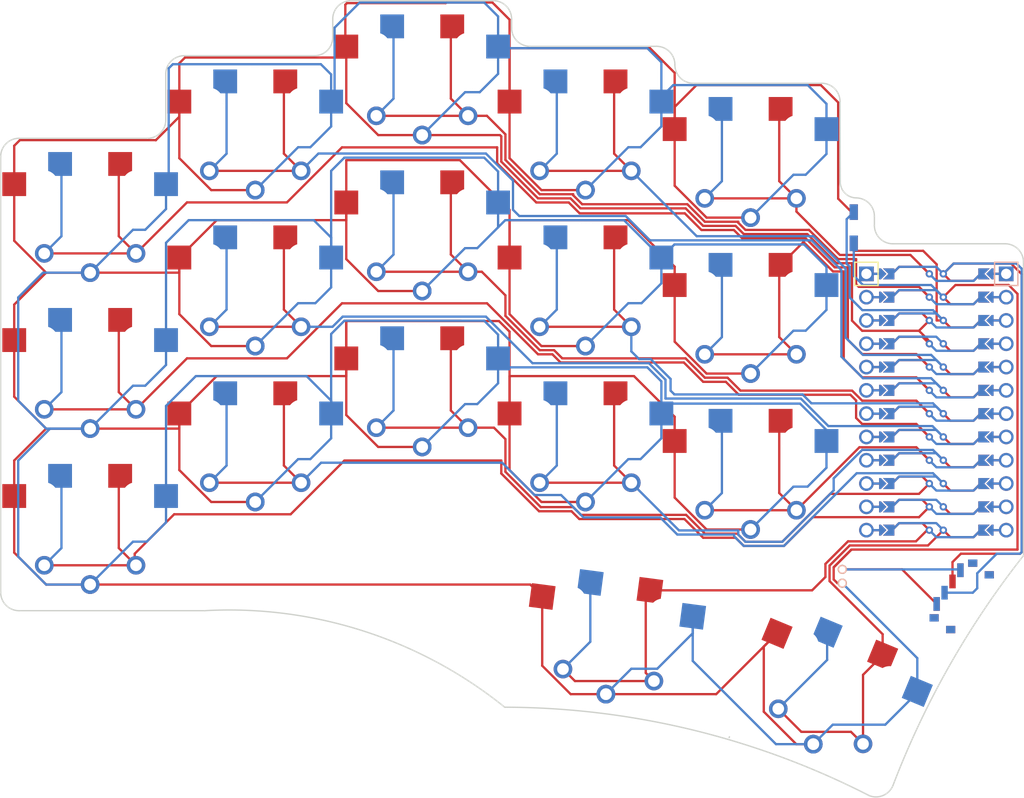
<source format=kicad_pcb>
(kicad_pcb (version 20211014) (generator pcbnew)
  (title_block (title "lazy_ferris") (rev "v1.0.0") (company "Unknown"))
  (layers (0 "F.Cu" signal) (31 "B.Cu" signal) (34 "B.Paste" user) (35 "F.Paste" user) (36 "B.SilkS" user "B.Silkscreen") (37 "F.SilkS" user "F.Silkscreen") (38 "B.Mask" user) (39 "F.Mask" user) (44 "Edge.Cuts" user))
  (net 0 "")
  (net 1 "P8")
  (net 2 "GND")
  (net 3 "P5")
  (net 4 "P2")
  (net 5 "P14")
  (net 6 "P18")
  (net 7 "P20")
  (net 8 "P7")
  (net 9 "P4")
  (net 10 "P0")
  (net 11 "P15")
  (net 12 "P19")
  (net 13 "P21")
  (net 14 "P6")
  (net 15 "P3")
  (net 16 "P1")
  (net 17 "P9")
  (net 18 "P10")
  (net 19 "RAW")
  (net 20 "RST")
  (net 21 "VCC")
  (net 22 "P16")
  (net 23 "pos")
  (footprint "lib:bat" (layer "F.Cu") (at 100 5)
    (fp_text reference "")
    (fp_text value "")
  )
  (footprint "PG1350" (layer "F.Cu") (at 72 -43 180)
    (fp_text reference "S24" hide)
    (fp_text value "" hide)
  )
  (footprint "PG1350" (layer "F.Cu") (at 90 -6 180)
    (fp_text reference "S26" hide)
    (fp_text value "" hide)
  )
  (footprint "PG1350" (layer "F.Cu") (at 75 12 172.5)
    (fp_text reference "S32" hide)
    (fp_text value "" hide)
  )
  (footprint "PG1350" (layer "F.Cu") (at 54.2 -15)
    (fp_text reference "S13" hide)
    (fp_text value "" hide)
  )
  (footprint "PG1350" (layer "F.Cu") (at 75 12 -7.5)
    (fp_text reference "S31" hide)
    (fp_text value "" hide)
  )
  (footprint "PG1350" (layer "F.Cu") (at 54.2 -15 180)
    (fp_text reference "S14" hide)
    (fp_text value "" hide)
  )
  (footprint "PG1350" (layer "F.Cu") (at 54.2 -49)
    (fp_text reference "S17" hide)
    (fp_text value "" hide)
  )
  (footprint "PG1350" (layer "F.Cu") (at 90 -6)
    (fp_text reference "S25" hide)
    (fp_text value "" hide)
  )
  (footprint "ProMicro" (layer "F.Cu") (at 110.25 -14 -90)
    (fp_text reference "MCU1" hide)
    (fp_text value "")
  )
  (footprint "PG1350" (layer "F.Cu") (at 36 -43 180)
    (fp_text reference "S12" hide)
    (fp_text value "" hide)
  )
  (footprint "PG1350" (layer "F.Cu") (at 36 -9)
    (fp_text reference "S7" hide)
    (fp_text value "" hide)
  )
  (footprint "PG1350" (layer "F.Cu") (at 18 -34 180)
    (fp_text reference "S6" hide)
    (fp_text value "" hide)
  )
  (footprint "PG1350" (layer "F.Cu") (at 72 -9)
    (fp_text reference "S19" hide)
    (fp_text value "" hide)
  )
  (footprint "PG1350" (layer "F.Cu") (at 99.094915 17.848125 157.5)
    (fp_text reference "S34" hide)
    (fp_text value "" hide)
  )
  (footprint "PG1350" (layer "F.Cu") (at 18 0 180)
    (fp_text reference "S2" hide)
    (fp_text value "" hide)
  )
  (footprint "PG1350" (layer "F.Cu") (at 36 -26 180)
    (fp_text reference "S10" hide)
    (fp_text value "" hide)
  )
  (footprint "Button_Switch_SMD:SW_SPDT_PCM12" (layer "F.Cu") (at 112.75 7 54.8)
    (fp_text reference "")
    (fp_text value "")
  )
  (footprint "PG1350" (layer "F.Cu") (at 36 -9 180)
    (fp_text reference "S8" hide)
    (fp_text value "" hide)
  )
  (footprint "PG1350" (layer "F.Cu") (at 54.2 -49 180)
    (fp_text reference "S18" hide)
    (fp_text value "" hide)
  )
  (footprint "PG1350" (layer "F.Cu") (at 18 -17 180)
    (fp_text reference "S4" hide)
    (fp_text value "" hide)
  )
  (footprint "PG1350" (layer "F.Cu") (at 18 -17)
    (fp_text reference "S3" hide)
    (fp_text value "" hide)
  )
  (footprint "PG1350" (layer "F.Cu") (at 72 -9 180)
    (fp_text reference "S20" hide)
    (fp_text value "" hide)
  )
  (footprint "PG1350" (layer "F.Cu") (at 54.2 -32)
    (fp_text reference "S15" hide)
    (fp_text value "" hide)
  )
  (footprint "PG1350" (layer "F.Cu") (at 90 -23 180)
    (fp_text reference "S28" hide)
    (fp_text value "" hide)
  )
  (footprint "Button_Switch_SMD:SW_SPST_B3U-1000P" (layer "F.Cu") (at 101.25 -33 -90)
    (fp_text reference "")
    (fp_text value "")
  )
  (footprint "PG1350" (layer "F.Cu") (at 18 0)
    (fp_text reference "S1" hide)
    (fp_text value "" hide)
  )
  (footprint "PG1350" (layer "F.Cu") (at 36 -43)
    (fp_text reference "S11" hide)
    (fp_text value "" hide)
  )
  (footprint "PG1350" (layer "F.Cu") (at 72 -26 180)
    (fp_text reference "S22" hide)
    (fp_text value "" hide)
  )
  (footprint "PG1350" (layer "F.Cu") (at 90 -40 180)
    (fp_text reference "S30" hide)
    (fp_text value "" hide)
  )
  (footprint "PG1350" (layer "F.Cu") (at 99.094915 17.848125 -22.5)
    (fp_text reference "S33" hide)
    (fp_text value "" hide)
  )
  (footprint "PG1350" (layer "F.Cu") (at 90 -23)
    (fp_text reference "S27" hide)
    (fp_text value "" hide)
  )
  (footprint "PG1350" (layer "F.Cu") (at 54.2 -32 180)
    (fp_text reference "S16" hide)
    (fp_text value "" hide)
  )
  (footprint "PG1350" (layer "F.Cu") (at 72 -26)
    (fp_text reference "S21" hide)
    (fp_text value "" hide)
  )
  (footprint "PG1350" (layer "F.Cu") (at 36 -26)
    (fp_text reference "S9" hide)
    (fp_text value "" hide)
  )
  (footprint "PG1350" (layer "F.Cu") (at 18 -34)
    (fp_text reference "S5" hide)
    (fp_text value "" hide)
  )
  (footprint "PG1350" (layer "F.Cu") (at 90 -40)
    (fp_text reference "S29" hide)
    (fp_text value "" hide)
  )
  (footprint "PG1350" (layer "F.Cu") (at 72 -43)
    (fp_text reference "S23" hide)
    (fp_text value "" hide)
  )
  (gr_arc (start 10.25 8.75) (mid 8.835786 8.164214) (end 8.25 6.75) (layer "Edge.Cuts") (width 0.15))
  (gr_arc (start 8.25 -40.75) (mid 8.835786 -42.164214) (end 10.25 -42.75) (layer "Edge.Cuts") (width 0.15))
  (gr_arc (start 97.75 -48.75) (mid 99.164214 -48.164214) (end 99.75 -46.75) (layer "Edge.Cuts") (width 0.15))
  (gr_line (start 105.5 -31.25) (end 117.75 -31.25) (layer "Edge.Cuts") (width 0.15))
  (gr_arc (start 101.5 -36.25) (mid 100.258656 -36.800412) (end 99.7712 -38.0678) (layer "Edge.Cuts") (width 0.15))
  (gr_line (start 103.5 -34.25) (end 103.5 -33.25) (layer "Edge.Cuts") (width 0.15))
  (gr_arc (start 79.75 -52.775) (mid 81.164214 -52.189214) (end 81.75 -50.775) (layer "Edge.Cuts") (width 0.15))
  (gr_arc (start 105.519627 27.815475) (mid 111.6831 14.742424) (end 119.75 2.75) (layer "Edge.Cuts") (width 0.15))
  (gr_line (start 10.25 8.75) (end 30.48 8.75) (layer "Edge.Cuts") (width 0.15))
  (gr_arc (start 63.199863 19.271986) (mid 83.622652 21.735881) (end 102.906502 28.897868) (layer "Edge.Cuts") (width 0.15))
  (gr_arc (start 26.25 -44.75) (mid 25.664214 -43.335786) (end 24.25 -42.75) (layer "Edge.Cuts") (width 0.15))
  (gr_line (start 81.75 -50.775) (end 81.75 -50.75) (layer "Edge.Cuts") (width 0.15))
  (gr_line (start 83.75 -48.75) (end 97.75 -48.75) (layer "Edge.Cuts") (width 0.15))
  (gr_line (start 10.25 -42.75) (end 24.25 -42.75) (layer "Edge.Cuts") (width 0.15))
  (gr_line (start 44.45 -53.75) (end 44.45 -55.75) (layer "Edge.Cuts") (width 0.15))
  (gr_line (start 99.7712 -38.0678) (end 99.75 -46.75) (layer "Edge.Cuts") (width 0.15))
  (gr_line (start 46.45 -57.75) (end 61.95 -57.75) (layer "Edge.Cuts") (width 0.15))
  (gr_arc (start 65.95 -52.775) (mid 64.535786 -53.360786) (end 63.95 -54.775) (layer "Edge.Cuts") (width 0.15))
  (gr_arc (start 61.95 -57.75) (mid 63.364214 -57.164214) (end 63.95 -55.75) (layer "Edge.Cuts") (width 0.15))
  (gr_arc (start 26.25 -49.75) (mid 26.835786 -51.164214) (end 28.25 -51.75) (layer "Edge.Cuts") (width 0.15))
  (gr_arc (start 105.5 -31.25) (mid 104.085786 -31.835786) (end 103.5 -33.25) (layer "Edge.Cuts") (width 0.15))
  (gr_line (start 26.25 -44.75) (end 26.25 -49.75) (layer "Edge.Cuts") (width 0.15))
  (gr_line (start 63.95 -55.75) (end 63.95 -54.775) (layer "Edge.Cuts") (width 0.15))
  (gr_arc (start 105.519627 27.815475) (mid 104.437235 28.897867) (end 102.906502 28.897868) (layer "Edge.Cuts") (width 0.15))
  (gr_arc (start 83.75 -48.75) (mid 82.335786 -49.335786) (end 81.75 -50.75) (layer "Edge.Cuts") (width 0.15))
  (gr_line (start 28.25 -51.75) (end 42.45 -51.75) (layer "Edge.Cuts") (width 0.15))
  (gr_line (start 119.75 2.75) (end 119.75 -29.25) (layer "Edge.Cuts") (width 0.15))
  (gr_line (start 87.698249 22.49726) (end 87.662489 22.583591) (layer "Edge.Cuts") (width 0.15))
  (gr_line (start 8.25 6.75) (end 8.25 -40.75) (layer "Edge.Cuts") (width 0.15))
  (gr_arc (start 117.75 -31.25) (mid 119.164214 -30.664214) (end 119.75 -29.25) (layer "Edge.Cuts") (width 0.15))
  (gr_arc (start 30.48 8.75) (mid 47.817336 10.971604) (end 63.199863 19.271986) (layer "Edge.Cuts") (width 0.15))
  (gr_arc (start 101.5 -36.25) (mid 102.914214 -35.664214) (end 103.5 -34.25) (layer "Edge.Cuts") (width 0.15))
  (gr_line (start 65.95 -52.775) (end 79.75 -52.775) (layer "Edge.Cuts") (width 0.15))
  (gr_arc (start 44.45 -53.75) (mid 43.864214 -52.335786) (end 42.45 -51.75) (layer "Edge.Cuts") (width 0.15))
  (gr_arc (start 44.45 -55.75) (mid 45.035786 -57.164214) (end 46.45 -57.75) (layer "Edge.Cuts") (width 0.15))
  (segment (start 21.124999 -5.799999) (end 21.124999 1.924999) (width 0.25) (layer "F.Cu") (net 1))
  (segment (start 89.258143 1.691) (end 88.367143 0.8) (width 0.25) (layer "F.Cu") (net 1))
  (segment (start 70.477143 -2.09) (end 66.940747 -2.09) (width 0.25) (layer "F.Cu") (net 1))
  (segment (start 21.124999 1.924999) (end 23 3.8) (width 0.25) (layer "F.Cu") (net 1))
  (segment (start 39.859 -1.759) (end 27.159 -1.759) (width 0.25) (layer "F.Cu") (net 1))
  (segment (start 109.488 -2.57) (end 108.363 -1.445) (width 0.25) (layer "F.Cu") (net 1))
  (segment (start 45.72 -7.62) (end 39.859 -1.759) (width 0.25) (layer "F.Cu") (net 1))
  (segment (start 62.825 -6.205747) (end 62.825 -7.62) (width 0.25) (layer "F.Cu") (net 1))
  (segment (start 23 3.8) (end 13 3.8) (width 0.25) (layer "F.Cu") (net 1))
  (segment (start 22.86 2.54) (end 22.86 3.66) (width 0.25) (layer "F.Cu") (net 1))
  (segment (start 27.159 -1.759) (end 22.86 2.54) (width 0.25) (layer "F.Cu") (net 1))
  (segment (start 88.367143 0.8) (end 84.830747 0.8) (width 0.25) (layer "F.Cu") (net 1))
  (segment (start 93.641857 1.691) (end 89.258143 1.691) (width 0.25) (layer "F.Cu") (net 1))
  (segment (start 96.777857 -1.445) (end 93.641857 1.691) (width 0.25) (layer "F.Cu") (net 1))
  (segment (start 84.830747 0.8) (end 82.787175 -1.243572) (width 0.25) (layer "F.Cu") (net 1))
  (segment (start 66.940747 -2.09) (end 62.825 -6.205747) (width 0.25) (layer "F.Cu") (net 1))
  (segment (start 62.825 -7.62) (end 45.72 -7.62) (width 0.25) (layer "F.Cu") (net 1))
  (segment (start 108.363 -1.445) (end 96.777857 -1.445) (width 0.25) (layer "F.Cu") (net 1))
  (segment (start 82.787175 -1.243572) (end 71.323571 -1.243572) (width 0.25) (layer "F.Cu") (net 1))
  (segment (start 71.323571 -1.243572) (end 70.477143 -2.09) (width 0.25) (layer "F.Cu") (net 1))
  (segment (start 14.875001 1.924999) (end 13 3.8) (width 0.25) (layer "B.Cu") (net 1))
  (segment (start 14.875001 -5.799999) (end 14.875001 1.924999) (width 0.25) (layer "B.Cu") (net 1))
  (segment (start 90 -34.1) (end 85.203539 -34.1) (width 0.25) (layer "F.Cu") (net 2))
  (segment (start 61.858113 -57.55) (end 60.96 -57.55) (width 0.25) (layer "F.Cu") (net 2))
  (segment (start 9.725 -20.75) (end 9.725 -24.621461) (width 0.25) (layer "F.Cu") (net 2))
  (segment (start 60.96 -57.55) (end 56.825 -57.55) (width 0.25) (layer "F.Cu") (net 2))
  (segment (start 108.363 -21.765) (end 109.282939 -20.845061) (width 0.25) (layer "F.Cu") (net 2))
  (segment (start 67.203539 -3.1) (end 63.725 -6.578539) (width 0.25) (layer "F.Cu") (net 2))
  (segment (start 45.925 -33.825001) (end 45.925 -35.75) (width 0.25) (layer "F.Cu") (net 2))
  (segment (start 27.725 -6.578539) (end 27.725 -12.75) (width 0.25) (layer "F.Cu") (net 2))
  (segment (start 63.725 -16.825001) (end 63.725 -12.75) (width 0.25) (layer "F.Cu") (net 2))
  (segment (start 18 -28.1) (end 13.203539 -28.1) (width 0.25) (layer "F.Cu") (net 2))
  (segment (start 81.725 -37.578539) (end 81.725 -43.75) (width 0.25) (layer "F.Cu") (net 2))
  (segment (start 9.725 -37.75) (end 9.725 -41.933113) (width 0.25) (layer "F.Cu") (net 2))
  (segment (start 36 -20.1) (end 31.203539 -20.1) (width 0.25) (layer "F.Cu") (net 2))
  (segment (start 63.725 -46.75) (end 63.725 -55.683113) (width 0.25) (layer "F.Cu") (net 2))
  (segment (start 9.725 2.421461) (end 9.725 -3.75) (width 0.25) (layer "F.Cu") (net 2))
  (segment (start 63.725 -21.669351) (end 62.56935 -22.825001) (width 0.25) (layer "F.Cu") (net 2))
  (segment (start 72 -3.1) (end 67.203539 -3.1) (width 0.25) (layer "F.Cu") (net 2))
  (segment (start 81.725 -20.578539) (end 81.725 -26.75) (width 0.25) (layer "F.Cu") (net 2))
  (segment (start 90 -0.1) (end 85.203539 -0.1) (width 0.25) (layer "F.Cu") (net 2))
  (segment (start 18 -11.1) (end 13.203539 -11.1) (width 0.25) (layer "F.Cu") (net 2))
  (segment (start 13.203539 5.9) (end 9.725 2.421461) (width 0.25) (layer "F.Cu") (net 2))
  (segment (start 76.649999 -33.825001) (end 63.725 -33.825001) (width 0.25) (layer "F.Cu") (net 2))
  (segment (start 58.310001 -40.364999) (end 45.925 -40.364999) (width 0.25) (layer "F.Cu") (net 2))
  (segment (start 74.229895 17.849525) (end 86.252221 17.849525) (width 0.25) (layer "F.Cu") (net 2))
  (segment (start 25.166259 -42.543565) (end 27.725 -45.102306) (width 0.25) (layer "F.Cu") (net 2))
  (segment (start 67.285267 14.749812) (end 67.285267 7.201978) (width 0.25) (layer "F.Cu") (net 2))
  (segment (start 9.725 -24.621461) (end 13.203539 -28.1) (width 0.25) (layer "F.Cu") (net 2))
  (segment (start 27.725 -23.578539) (end 27.725 -29.75) (width 0.25) (layer "F.Cu") (net 2))
  (segment (start 54.2 -43.1) (end 49.403539 -43.1) (width 0.25) (layer "F.Cu") (net 2))
  (segment (start 49.403539 -9.1) (end 45.925 -12.578539) (width 0.25) (layer "F.Cu") (net 2))
  (segment (start 81.725 -49.88232) (end 79.03232 -52.575) (width 0.25) (layer "F.Cu") (net 2))
  (segment (start 99.55 -36.167157) (end 99.55 -46.658113) (width 0.25) (layer "F.Cu") (net 2))
  (segment (start 63.725 -40.578539) (end 63.725 -46.75) (width 0.25) (layer "F.Cu") (net 2))
  (segment (start 62.825 -42.955) (end 62.825 -40.205747) (width 0.25) (layer "F.Cu") (net 2))
  (segment (start 63.725 -6.578539) (end 63.725 -12.75) (width 0.25) (layer "F.Cu") (net 2))
  (segment (start 13.203539 -11.1) (end 9.725 -14.578539) (width 0.25) (layer "F.Cu") (net 2))
  (segment (start 101.055 -29.13) (end 101.055 -22.874009) (width 0.25) (layer "F.Cu") (net 2))
  (segment (start 100.993273 2.09) (end 119.1 2.09) (width 0.25) (layer "F.Cu") (net 2))
  (segment (start 62.56935 -22.825001) (end 45.925 -22.825001) (width 0.25) (layer "F.Cu") (net 2))
  (segment (start 85.203539 -34.1) (end 81.725 -37.578539) (width 0.25) (layer "F.Cu") (net 2))
  (segment (start 108.363 -21.765) (end 109.488 -22.89) (width 0.25) (layer "F.Cu") (net 2))
  (segment (start 9.725 -31.578539) (end 9.725 -37.75) (width 0.25) (layer "F.Cu") (net 2))
  (segment (start 63.725 -52.575) (end 63.725 -46.75) (width 0.25) (layer "F.Cu") (net 2))
  (segment (start 45.822005 -52.852995) (end 45.822005 -57.311739) (width 0.25) (layer "F.Cu") (net 2))
  (segment (start 81.725 -3.578539) (end 81.725 -9.75) (width 0.25) (layer "F.Cu") (net 2))
  (segment (start 27.725 -11.1) (end 27.725 -12.75) (width 0.25) (layer "F.Cu") (net 2))
  (segment (start 27.725 -40.578539) (end 27.725 -46.75) (width 0.25) (layer "F.Cu") (net 2))
  (segment (start 97.658113 -48.55) (end 84.11 -48.55) (width 0.25) (layer "F.Cu") (net 2))
  (segment (start 45.925 -12.578539) (end 45.925 -18.75) (width 0.25) (layer "F.Cu") (net 2))
  (segment (start 27.725 -12.75) (end 31.800001 -16.825001) (width 0.25) (layer "F.Cu") (net 2))
  (segment (start 31.800001 -33.825001) (end 45.925 -33.825001) (width 0.25) (layer "F.Cu") (net 2))
  (segment (start 27.725 -45.102306) (end 27.725 -46.75) (width 0.25) (layer "F.Cu") (net 2))
  (segment (start 74.229895 17.849525) (end 70.38498 17.849525) (width 0.25) (layer "F.Cu") (net 2))
  (segment (start 99.06 5.340331) (end 99.06 4.023273) (width 0.25) (layer "F.Cu") (net 2))
  (segment (start 99.469669 5.75) (end 99.06 5.340331) (width 0.25) (layer "F.Cu") (net 2))
  (segment (start 101.055 -22.874009) (end 102.164009 -21.765) (width 0.25) (layer "F.Cu") (net 2))
  (segment (start 91.44 19.760591) (end 91.44 12.661746) (width 0.25) (layer "F.Cu") (net 2))
  (segment (start 36 -37.1) (end 31.203539 -37.1) (width 0.25) (layer "F.Cu") (net 2))
  (segment (start 63.725 -55.683113) (end 61.858113 -57.55) (width 0.25) (layer "F.Cu") (net 2))
  (segment (start 49.403539 -43.1) (end 45.925 -46.578539) (width 0.25) (layer "F.Cu") (net 2))
  (segment (start 89.258143 -32.309) (end 96.181368 -32.309) (width 0.25) (layer "F.Cu") (net 2))
  (segment (start 45.925 -18.75) (end 45.925 -22.86) (width 0.25) (layer "F.Cu") (net 2))
  (segment (start 81.725 -46.165) (end 81.725 -43.75) (width 0.25) (layer "F.Cu") (net 2))
  (segment (start 28.341887 -51.55) (end 45.925 -51.55) (width 0.25) (layer "F.Cu") (net 2))
  (segment (start 45.925 -51.55) (end 45.925 -52.75) (width 0.25) (layer "F.Cu") (net 2))
  (segment (start 63.725 -29.75) (end 63.725 -34.95) (width 0.25) (layer "F.Cu") (net 2))
  (segment (start 85.203539 -0.1) (end 81.725 -3.578539) (width 0.25) (layer "F.Cu") (net 2))
  (segment (start 102.164009 -21.765) (end 108.363 -21.765) (width 0.25) (layer "F.Cu") (net 2))
  (segment (start 77.29 -16.825001) (end 63.725 -16.825001) (width 0.25) (layer "F.Cu") (net 2))
  (segment (start 112.336 -26.754) (end 111.012 -25.43) (width 0.25) (layer "F.Cu") (net 2))
  (segment (start 9.725 -41.933113) (end 10.341887 -42.55) (width 0.25) (layer "F.Cu") (net 2))
  (segment (start 18 -11.1) (end 27.725 -11.1) (width 0.25) (layer "F.Cu") (net 2))
  (segment (start 81.725 -26.75) (end 81.725 -28.75) (width 0.25) (layer "F.Cu") (net 2))
  (segment (start 31.800001 -16.825001) (end 45.925 -16.825001) (width 0.25) (layer "F.Cu") (net 2))
  (segment (start 100 5.75) (end 99.469669 5.75) (width 0.25) (layer "F.Cu") (net 2))
  (segment (start 90 -17.1) (end 85.203539 -17.1) (width 0.25) (layer "F.Cu") (net 2))
  (segment (start 79.03232 -52.575) (end 63.725 -52.575) (width 0.25) (layer "F.Cu") (net 2))
  (segment (start 18 5.9) (end 13.203539 5.9) (width 0.25) (layer "F.Cu") (net 2))
  (segment (start 81.725 -28.75) (end 76.649999 -33.825001) (width 0.25) (layer "F.Cu") (net 2))
  (segment (start 45.925 -52.75) (end 44.717714 -51.542714) (width 0.25) (layer "F.Cu") (net 2))
  (segment (start 63.725 -34.95) (end 58.310001 -40.364999) (width 0.25) (layer "F.Cu") (net 2))
  (segment (start 85.203539 -17.1) (end 81.725 -20.578539) (width 0.25) (layer "F.Cu") (net 2))
  (segment (start 31.203539 -20.1) (end 27.725 -23.578539) (width 0.25) (layer "F.Cu") (net 2))
  (segment (start 49.403539 -26.1) (end 45.925 -29.578539) (width 0.25) (layer "F.Cu") (net 2))
  (segment (start 9.725 -14.578539) (end 9.725 -20.75) (width 0.25) (layer "F.Cu") (net 2))
  (segment (start 45.925 -40.364999) (end 45.925 -35.75) (width 0.25) (layer "F.Cu") (net 2))
  (segment (start 45.925 -46.578539) (end 45.925 -52.75) (width 0.25) (layer "F.Cu") (net 2))
  (segment (start 45.925 -22.825001) (end 45.925 -18.75) (width 0.25) (layer "F.Cu") (net 2))
  (segment (start 99.801637 3.281636) (end 100.993273 2.09) (width 0.25) (layer "F.Cu") (net 2))
  (segment (start 84.11 -48.55) (end 81.725 -46.165) (width 0.25) (layer "F.Cu") (net 2))
  (segment (start 31.203539 -37.1) (end 27.725 -40.578539) (width 0.25) (layer "F.Cu") (net 2))
  (segment (start 36 -3.1) (end 31.203539 -3.1) (width 0.25) (layer "F.Cu") (net 2))
  (segment (start 9.725 -7.621461) (end 13.203539 -11.1) (width 0.25) (layer "F.Cu") (net 2))
  (segment (start 65.983289 5.9) (end 67.285267 7.201978) (width 0.25) (layer "F.Cu") (net 2))
  (segment (start 54.2 -26.1) (end 49.403539 -26.1) (width 0.25) (layer "F.Cu") (net 2))
  (segment (start 45.925 -22.86) (end 58.42 -22.86) (width 0.25) (layer "F.Cu") (net 2))
  (segment (start 27.725 -46.75) (end 27.725 -50.933113) (width 0.25) (layer "F.Cu") (net 2))
  (segment (start 54.2 -9.1) (end 49.403539 -9.1) (width 0.25) (layer "F.Cu") (net 2))
  (segment (start 99.55 -36.167157) (end 101.017157 -34.7) (width 0.25) (layer "F.Cu") (net 2))
  (segment (start 119.1 -25.790991) (end 119.1 2.09) (width 0.25) (layer "F.Cu") (net 2))
  (segment (start 91.44 12.661746) (end 92.884875 11.216871) (width 0.25) (layer "F.Cu") (net 2))
  (segment (start 96.837083 23.299014) (end 94.978423 23.299014) (width 0.25) (layer "F.Cu") (net 2))
  (segment (start 67.203539 -20.1) (end 63.725 -23.578539) (width 0.25) (layer "F.Cu") (net 2))
  (segment (start 18 -28.1) (end 27.725 -28.1) (width 0.25) (layer "F.Cu") (net 2))
  (segment (start 81.725 -43.75) (end 81.725 -49.88232) (width 0.25) (layer "F.Cu") (net 2))
  (segment (start 45.822005 -57.311739) (end 45.994704 -57.484438) (width 0.25) (layer "F.Cu") (net 2))
  (segment (start 66.830747 -36.2) (end 70.367143 -36.2) (width 0.25) (layer "F.Cu") (net 2))
  (segment (start 81.725 -12.390001) (end 77.29 -16.825001) (width 0.25) (layer "F.Cu") (net 2))
  (segment (start 96.181368 -32.309) (end 99.360368 -29.13) (width 0.25) (layer "F.Cu") (net 2))
  (segment (start 45.925 -16.825001) (end 45.925 -18.75) (width 0.25) (layer "F.Cu") (net 2))
  (segment (start 82.920747 -35.11) (end 84.830747 -33.2) (width 0.25) (layer "F.Cu") (net 2))
  (segment (start 72 -37.1) (end 67.203539 -37.1) (width 0.25) (layer "F.Cu") (net 2))
  (segment (start 62.68 -43.1) (end 62.825 -42.955) (width 0.25) (layer "F.Cu") (net 2))
  (segment (start 31.203539 -3.1) (end 27.725 -6.578539) (width 0.25) (layer "F.Cu") (net 2))
  (segment (start 84.830747 -33.2) (end 88.367143 -33.2) (width 0.25) (layer "F.Cu") (net 2))
  (segment (start 119.1 -25.790991) (end 118.136991 -26.754) (width 0.25) (layer "F.Cu") (net 2))
  (segment (start 72 -20.1) (end 67.203539 -20.1) (width 0.25) (layer "F.Cu") (net 2))
  (segment (start 18 5.9) (end 65.983289 5.9) (width 0.25) (layer "F.Cu") (net 2))
  (segment (start 99.06 4.023273) (end 99.801637 3.281636) (width 0.25) (layer "F.Cu") (net 2))
  (segment (start 54.2 -43.1) (end 62.68 -43.1) (width 0.25) (layer "F.Cu") (net 2))
  (segment (start 56.759438 -57.484438) (end 45.994704 -57.484438) (width 0.25) (layer "F.Cu") (net 2))
  (segment (start 86.252221 17.849525) (end 92.884875 11.216871) (width 0.25) (layer "F.Cu") (net 2))
  (segment (start 81.725 -9.75) (end 81.725 -12.390001) (width 0.25) (layer "F.Cu") (net 2))
  (segment (start 71.457143 -35.11) (end 82.920747 -35.11) (width 0.25) (layer "F.Cu") (net 2))
  (segment (start 99.360368 -29.13) (end 101.055 -29.13) (width 0.25) (layer "F.Cu") (net 2))
  (segment (start 27.725 -28.1) (end 27.725 -29.75) (width 0.25) (layer "F.Cu") (net 2))
  (segment (start 99.55 -46.658113) (end 97.658113 -48.55) (width 0.25) (layer "F.Cu") (net 2))
  (segment (start 25.166259 -42.55) (end 25.166259 -42.543565) (width 0.25) (layer "F.Cu") (net 2))
  (segment (start 70.367143 -36.2) (end 71.457143 -35.11) (width 0.25) (layer "F.Cu") (net 2))
  (segment (start 62.825 -40.205747) (end 66.830747 -36.2) (width 0.25) (layer "F.Cu") (net 2))
  (segment (start 27.725 -29.75) (end 31.800001 -33.825001) (width 0.25) (layer "F.Cu") (net 2))
  (segment (start 45.925 -29.578539) (end 45.925 -35.75) (width 0.25) (layer "F.Cu") (net 2))
  (segment (start 63.725 -33.825001) (end 63.725 -29.75) (width 0.25) (layer "F.Cu") (net 2))
  (segment (start 70.38498 17.849525) (end 67.285267 14.749812) (width 0.25) (layer "F.Cu") (net 2))
  (segment (start 63.725 -12.75) (end 63.725 -21.669351) (width 0.25) (layer "F.Cu") (net 2))
  (segment (start 9.725 -3.75) (end 9.725 -7.621461) (width 0.25) (layer "F.Cu") (net 2))
  (segment (start 56.825 -57.55) (end 56.759438 -57.484438) (width 0.25) (layer "F.Cu") (net 2))
  (segment (start 67.203539 -37.1) (end 63.725 -40.578539) (width 0.25) (layer "F.Cu") (net 2))
  (segment (start 99.06 4.023273) (end 100.993273 2.09) (width 0.25) (layer "F.Cu") (net 2))
  (segment (start 13.203539 -28.1) (end 9.725 -31.578539) (width 0.25) (layer "F.Cu") (net 2))
  (segment (start 88.367143 -33.2) (end 89.258143 -32.309) (width 0.25) (layer "F.Cu") (net 2))
  (segment (start 118.136991 -26.754) (end 112.336 -26.754) (width 0.25) (layer "F.Cu") (net 2))
  (segment (start 10.341887 -42.55) (end 25.166259 -42.55) (width 0.25) (layer "F.Cu") (net 2))
  (segment (start 63.725 -23.578539) (end 63.725 -29.75) (width 0.25) (layer "F.Cu") (net 2))
  (segment (start 27.725 -50.933113) (end 28.341887 -51.55) (width 0.25) (layer "F.Cu") (net 2))
  (segment (start 94.978423 23.299014) (end 91.44 19.760591) (width 0.25) (layer "F.Cu") (net 2))
  (arc (start 109.282939 -20.845061) (mid 109.434707 -20.617925) (end 109.488 -20.35) (width 0.25) (layer "F.Cu") (net 2))
  (segment (start 22.674099 -15.774099) (end 24.007785 -15.774099) (width 0.25) (layer "B.Cu") (net 2))
  (segment (start 98.275 -26.75) (end 98.275 -28.725) (width 0.25) (layer "B.Cu") (net 2))
  (segment (start 47.39 -57.55) (end 60.96 -57.55) (width 0.25) (layer "B.Cu") (net 2))
  (segment (start 24.174099 1.225901) (end 26.275 -0.875) (width 0.25) (layer "B.Cu") (net 2))
  (segment (start 62.475 -16.041314) (end 62.475 -18.75) (width 0.25) (layer "B.Cu") (net 2))
  (segment (start 90 -17.1) (end 94.674099 -21.774099) (width 0.25) (layer "B.Cu") (net 2))
  (segment (start 42.007785 -41.774099) (end 44.275 -44.041314) (width 0.25) (layer "B.Cu") (net 2))
  (segment (start 40.674099 -7.774099) (end 42.007785 -7.774099) (width 0.25) (layer "B.Cu") (net 2))
  (segment (start 10.16 -7.62) (end 10.16 2.856461) (width 0.25) (layer "B.Cu") (net 2))
  (segment (start 98.275 -28.725) (end 95.824999 -31.175001) (width 0.25) (layer "B.Cu") (net 2))
  (segment (start 81.57 -48.55) (end 80.275 -47.255) (width 0.25) (layer "B.Cu") (net 2))
  (segment (start 98.275 -10.945) (end 95.394999 -13.825001) (width 0.25) (layer "B.Cu") (net 2))
  (segment (start 44.65 -46.79) (end 44.65 -54.81) (width 0.25) (layer "B.Cu") (net 2))
  (segment (start 36 -3.1) (end 40.674099 -7.774099) (width 0.25) (layer "B.Cu") (net 2))
  (segment (start 90 -34.1) (end 94.674099 -38.774099) (width 0.25) (layer "B.Cu") (net 2))
  (segment (start 62.475 -49.775) (end 62.475 -52.75) (width 0.25) (layer "B.Cu") (net 2))
  (segment (start 98.275 -6.835) (end 98.275 -9.75) (width 0.25) (layer "B.Cu") (net 2))
  (segment (start 62.475 -35.75) (end 62.475 -39.125) (width 0.25) (layer "B.Cu") (net 2))
  (segment (start 80.275 -16.245) (end 80.275 -12.75) (width 0.25) (layer "B.Cu") (net 2))
  (segment (start 27.013277 -50.825001) (end 43.154999 -50.825001) (width 0.25) (layer "B.Cu") (net 2))
  (segment (start 72 -20.1) (end 76.674099 -24.774099) (width 0.25) (layer "B.Cu") (net 2))
  (segment (start 83.693679 11.210848) (end 83.693679 9.362186) (width 0.25) (layer "B.Cu") (net 2))
  (segment (start 60.474099 -47.774099) (end 62.475 -49.775) (width 0.25) (layer "B.Cu") (net 2))
  (segment (start 58.874099 -13.774099) (end 60.207785 -13.774099) (width 0.25) (layer "B.Cu") (net 2))
  (segment (start 80.275 -44.041314) (end 80.275 -46.75) (width 0.25) (layer "B.Cu") (net 2))
  (segment (start 108.175081 17.687741) (end 104.684037 21.178785) (width 0.25) (layer "B.Cu") (net 2))
  (segment (start 62.65 -52.575) (end 78.74 -52.575) (width 0.25) (layer "B.Cu") (net 2))
  (segment (start 98.957312 21.178785) (end 96.837083 23.299014) (width 0.25) (layer "B.Cu") (net 2))
  (segment (start 42.554099 -24.774099) (end 44.275 -26.495) (width 0.25) (layer "B.Cu") (net 2))
  (segment (start 44.275 -21.415) (end 45.72 -22.86) (width 0.25) (layer "B.Cu") (net 2))
  (segment (start 26.275 -0.875) (end 26.275 -3.75) (width 0.25) (layer "B.Cu") (net 2))
  (segment (start 18 -11.1) (end 13.203539 -11.1) (width 0.25) (layer "B.Cu") (net 2))
  (segment (start 10.16 -14.143539) (end 10.16 -25.4) (width 0.25) (layer "B.Cu") (net 2))
  (segment (start 76.199999 -33.825001) (end 63.258687 -33.825001) (width 0.25) (layer "B.Cu") (net 2))
  (segment (start 44.275 -14.145) (end 44.275 -12.75) (width 0.25) (layer "B.Cu") (net 2))
  (segment (start 78.007785 -7.774099) (end 80.275 -10.041314) (width 0.25) (layer "B.Cu") (net 2))
  (segment (start 63.445 -17.78) (end 78.74 -17.78) (width 0.25) (layer "B.Cu") (net 2))
  (segment (start 44.275 -12.75) (end 44.275 -21.415) (width 0.25) (layer "B.Cu") (net 2))
  (segment (start 44.275 -44.041314) (end 44.275 -46.75) (width 0.25) (layer "B.Cu") (net 2))
  (segment (start 13.64 -11.1) (end 10.16 -7.62) (width 0.25) (layer "B.Cu") (net 2))
  (segment (start 43.154999 -50.825001) (end 44.275 -49.705) (width 0.25) (layer "B.Cu") (net 2))
  (segment (start 44.275 -49.705) (end 44.275 -46.75) (width 0.25) (layer "B.Cu") (net 2))
  (segment (start 62.475 -33.041314) (end 62.475 -35.75) (width 0.25) (layer "B.Cu") (net 2))
  (segment (start 58.874099 -47.774099) (end 60.474099 -47.774099) (width 0.25) (layer "B.Cu") (net 2))
  (segment (start 80.275 -51.04) (end 80.275 -46.75) (width 0.25) (layer "B.Cu") (net 2))
  (segment (start 94.674099 -38.774099) (end 96.007785 -38.774099) (width 0.25) (layer "B.Cu") (net 2))
  (segment (start 96.23 -48.55) (end 81.57 -48.55) (width 0.25) (layer "B.Cu") (net 2))
  (segment (start 108.175081 13.925081) (end 108.175081 17.550282) (width 0.25) (layer "B.Cu") (net 2))
  (segment (start 96.007785 -38.774099) (end 98.275 -41.041314) (width 0.25) (layer "B.Cu") (net 2))
  (segment (start 74.229895 17.849525) (end 77.000299 15.079121) (width 0.25) (layer "B.Cu") (net 2))
  (segment (start 42.007785 -7.774099) (end 44.275 -10.041314) (width 0.25) (layer "B.Cu") (net 2))
  (segment (start 44.275 -39.195) (end 44.275 -29.75) (width 0.25) (layer "B.Cu") (net 2))
  (segment (start 78.007785 -41.774099) (end 80.275 -44.041314) (width 0.25) (layer "B.Cu") (net 2))
  (segment (start 22.674099 1.225901) (end 24.174099 1.225901) (width 0.25) (layer "B.Cu") (net 2))
  (segment (start 83.693679 14.22494) (end 83.693679 9.362186) (width 0.25) (layer "B.Cu") (net 2))
  (segment (start 101.25 -27.759009) (end 102.255009 -26.754) (width 0.25) (layer "B.Cu") (net 2))
  (segment (start 24.007785 -15.774099) (end 26.275 -18.041314) (width 0.25) (layer "B.Cu") (net 2))
  (segment (start 62.475 -39.125) (end 60.96 -40.64) (width 0.25) (layer "B.Cu") (net 2))
  (segment (start 96.837083 23.299014) (end 92.767753 23.299014) (width 0.25) (layer "B.Cu") (net 2))
  (segment (start 54.2 -9.1) (end 58.874099 -13.774099) (width 0.25) (layer "B.Cu") (net 2))
  (segment (start 78.74 -17.78) (end 80.275 -16.245) (width 0.25) (layer "B.Cu") (net 2))
  (segment (start 101.25 -31.3) (end 101.25 -27.759009) (width 0.25) (layer "B.Cu") (net 2))
  (segment (start 60.96 -22.86) (end 62.475 -21.345) (width 0.25) (layer "B.Cu") (net 2))
  (segment (start 44.65 -54.81) (end 47.39 -57.55) (width 0.25) (layer "B.Cu") (net 2))
  (segment (start 26.275 -20.75) (end 26.275 -31.355) (width 0.25) (layer "B.Cu") (net 2))
  (segment (start 94.674099 -21.774099) (end 96.007785 -21.774099) (width 0.25) (layer "B.Cu") (net 2))
  (segment (start 62.475 -56.035) (end 62.475 -52.75) (width 0.25) (layer "B.Cu") (net 2))
  (segment (start 72 -3.1) (end 76.674099 -7.774099) (width 0.25) (layer "B.Cu") (net 2))
  (segment (start 41.594999 -16.825001) (end 44.275 -14.145) (width 0.25) (layer "B.Cu") (net 2))
  (segment (start 81.700001 -31.175001) (end 80.275 -29.75) (width 0.25) (layer "B.Cu") (net 2))
  (segment (start 54.2 -43.1) (end 58.874099 -47.774099) (width 0.25) (layer "B.Cu") (net 2))
  (segment (start 98.275 -41.041314) (end 98.275 -43.75) (width 0.25) (layer "B.Cu") (net 2))
  (segment (start 60.207785 -13.774099) (end 62.475 -16.041314) (width 0.25) (layer "B.Cu") (net 2))
  (segment (start 26.275 -18.041314) (end 26.275 -20.75) (width 0.25) (layer "B.Cu") (net 2))
  (segment (start 96.007785 -21.774099) (end 98.275 -24.041314) (width 0.25) (layer "B.Cu") (net 2))
  (segment (start 28.745001 -33.825001) (end 42.374999 -33.825001) (width 0.25) (layer "B.Cu") (net 2))
  (segment (start 60.96 -57.55) (end 62.475 -56.035) (width 0.25) (layer "B.Cu") (net 2))
  (segment (start 72 -37.1) (end 76.674099 -41.774099) (width 0.25) (layer "B.Cu") (net 2))
  (segment (start 79.825406 15.079121) (end 83.693679 11.210848) (width 0.25) (layer "B.Cu") (net 2))
  (segment (start 40.674099 -41.774099) (end 42.007785 -41.774099) (width 0.25) (layer "B.Cu") (net 2))
  (segment (start 45.72 -22.86) (end 60.96 -22.86) (width 0.25) (layer "B.Cu") (net 2))
  (segment (start 90 -0.1) (end 94.674099 -4.774099) (width 0.25) (layer "B.Cu") (net 2))
  (segment (start 45.72 -40.64) (end 44.275 -39.195) (width 0.25) (layer "B.Cu") (net 2))
  (segment (start 98.275 -9.75) (end 98.275 -10.945) (width 0.25) (layer "B.Cu") (net 2))
  (segment (start 18 5.9) (end 22.674099 1.225901) (width 0.25) (layer "B.Cu") (net 2))
  (segment (start 80.275 -10.041314) (end 80.275 -12.75) (width 0.25) (layer "B.Cu") (net 2))
  (segment (start 104.684037 21.178785) (end 98.957312 21.178785) (width 0.25) (layer "B.Cu") (net 2))
  (segment (start 44.275 -31.925) (end 44.275 -29.75) (width 0.25) (layer "B.Cu") (net 2))
  (segment (start 26.275 -31.355) (end 28.745001 -33.825001) (width 0.25) (layer "B.Cu") (net 2))
  (segment (start 42.374999 -33.825001) (end 44.275 -31.925) (width 0.25) (layer "B.Cu") (net 2))
  (segment (start 109.688 -26.754) (end 111.012 -25.43) (width 0.25) (layer "B.Cu") (net 2))
  (segment (start 22.674099 -32.774099) (end 18 -28.1) (width 0.25) (layer "B.Cu") (net 2))
  (segment (start 12.86 -28.1) (end 18 -28.1) (width 0.25) (layer "B.Cu") (net 2))
  (segment (start 44.275 -26.495) (end 44.275 -29.75) (width 0.25) (layer "B.Cu") (net 2))
  (segment (start 26.275 -13.575) (end 29.525001 -16.825001) (width 0.25) (layer "B.Cu") (net 2))
  (segment (start 13.203539 5.9) (end 18 5.9) (width 0.25) (layer "B.Cu") (net 2))
  (segment (start 78.114099 -24.774099) (end 80.275 -26.935) (width 0.25) (layer "B.Cu") (net 2))
  (segment (start 98.275 -43.75) (end 98.275 -46.505) (width 0.25) (layer "B.Cu") (net 2))
  (segment (start 13.203539 -11.1) (end 10.16 -14.143539) (width 0.25) (layer "B.Cu") (net 2))
  (segment (start 26.275 -3.75) (end 26.275 -13.575) (width 0.25) (layer "B.Cu") (net 2))
  (segment (start 102.255009 -26.754) (end 109.688 -26.754) (width 0.25) (layer "B.Cu") (net 2))
  (segment (start 18 -11.1) (end 13.64 -11.1) (width 0.25) (layer "B.Cu") (net 2))
  (segment (start 26.566271 -38.041271) (end 26.566271 -50.377995) (width 0.25) (layer "B.Cu") (net 2))
  (segment (start 76.674099 -41.774099) (end 78.007785 -41.774099) (width 0.25) (layer "B.Cu") (net 2))
  (segment (start 80.275 -29.75) (end 76.199999 -33.825001) (width 0.25) (layer "B.Cu") (net 2))
  (segment (start 63.258687 -33.825001) (end 62.475 -33.041314) (width 0.25) (layer "B.Cu") (net 2))
  (segment (start 58.874099 -30.774099) (end 60.207785 -30.774099) (width 0.25) (layer "B.Cu") (net 2))
  (segment (start 100 5.75) (end 108.175081 13.925081) (width 0.25) (layer "B.Cu") (net 2))
  (segment (start 62.475 -21.345) (end 62.475 -18.75) (width 0.25) (layer "B.Cu") (net 2))
  (segment (start 44.275 -10.041314) (end 44.275 -12.75) (width 0.25) (layer "B.Cu") (net 2))
  (segment (start 29.525001 -16.825001) (end 41.594999 -16.825001) (width 0.25) (layer "B.Cu") (net 2))
  (segment (start 26.275 -35.041314) (end 24.007785 -32.774099) (width 0.25) (layer "B.Cu") (net 2))
  (segment (start 77.000299 15.079121) (end 79.825406 15.079121) (width 0.25) (layer "B.Cu") (net 2))
  (segment (start 24.007785 -32.774099) (end 22.674099 -32.774099) (width 0.25) (layer "B.Cu") (net 2))
  (segment (start 80.275 -26.935) (end 80.275 -29.75) (width 0.25) (layer "B.Cu") (net 2))
  (segment (start 36 -37.1) (end 40.674099 -41.774099) (width 0.25) (layer "B.Cu") (net 2))
  (segment (start 96.214099 -4.774099) (end 98.275 -6.835) (width 0.25) (layer "B.Cu") (net 2))
  (segment (start 60.96 -40.64) (end 45.72 -40.64) (width 0.25) (layer "B.Cu") (net 2))
  (segment (start 10.16 -25.4) (end 12.86 -28.1) (width 0.25) (layer "B.Cu") (net 2))
  (segment (start 78.74 -52.575) (end 80.275 -51.04) (width 0.25) (layer "B.Cu") (net 2))
  (segment (start 92.767753 23.299014) (end 83.693679 14.22494) (width 0.25) (layer "B.Cu") (net 2))
  (segment (start 94.674099 -4.774099) (end 96.214099 -4.774099) (width 0.25) (layer "B.Cu") (net 2))
  (segment (start 18 -11.1) (end 22.674099 -15.774099) (width 0.25) (layer "B.Cu") (net 2))
  (segment (start 26.275 -37.75) (end 26.275 -35.041314) (width 0.25) (layer "B.Cu") (net 2))
  (segment (start 98.275 -24.041314) (end 98.275 -26.75) (width 0.25) (layer "B.Cu") (net 2))
  (segment (start 95.824999 -31.175001) (end 81.700001 -31.175001) (width 0.25) (layer "B.Cu") (net 2))
  (segment (start 76.674099 -24.774099) (end 78.114099 -24.774099) (width 0.25) (layer "B.Cu") (net 2))
  (segment (start 76.674099 -7.774099) (end 78.007785 -7.774099) (width 0.25) (layer "B.Cu") (net 2))
  (segment (start 36 -20.1) (end 40.674099 -24.774099) (width 0.25) (layer "B.Cu") (net 2))
  (segment (start 60.207785 -30.774099) (end 62.475 -33.041314) (width 0.25) (layer "B.Cu") (net 2))
  (segment (start 95.394999 -13.825001) (end 81.350001 -13.825001) (width 0.25) (layer "B.Cu") (net 2))
  (segment (start 98.275 -46.505) (end 96.23 -48.55) (width 0.25) (layer "B.Cu") (net 2))
  (segment (start 10.16 2.856461) (end 13.203539 5.9) (width 0.25) (layer "B.Cu") (net 2))
  (segment (start 40.674099 -24.774099) (end 42.554099 -24.774099) (width 0.25) (layer "B.Cu") (net 2))
  (segment (start 26.566271 -50.377995) (end 27.013277 -50.825001) (width 0.25) (layer "B.Cu") (net 2))
  (segment (start 54.2 -26.1) (end 58.874099 -30.774099) (width 0.25) (layer "B.Cu") (net 2))
  (segment (start 23 -13.2) (end 13 -13.2) (width 0.25) (layer "F.Cu") (net 3))
  (segment (start 28.559 -18.759) (end 39.455461 -18.759) (width 0.25) (layer "F.Cu") (net 3))
  (segment (start 68.393604 -19.2) (end 69.284604 -18.309) (width 0.25) (layer "F.Cu") (net 3))
  (segment (start 82.721747 -18.309) (end 84.830747 -16.2) (width 0.25) (layer "F.Cu") (net 3))
  (segment (start 84.830747 -16.2) (end 87.303604 -16.2) (width 0.25) (layer "F.Cu") (net 3))
  (segment (start 88.713604 -14.79) (end 100.882613 -14.79) (width 0.25) (layer "F.Cu") (net 3))
  (segment (start 21.124999 -22.799999) (end 21.124999 -15.075001) (width 0.25) (layer "F.Cu") (net 3))
  (segment (start 39.455461 -18.759) (end 45.455461 -24.759) (width 0.25) (layer "F.Cu") (net 3))
  (segment (start 102.164009 -11.605) (end 108.073 -11.605) (width 0.25) (layer "F.Cu") (net 3))
  (segment (start 108.073 -11.605) (end 109.488 -10.19) (width 0.25) (layer "F.Cu") (net 3))
  (segment (start 23 -13.2) (end 28.559 -18.759) (width 0.25) (layer "F.Cu") (net 3))
  (segment (start 45.455461 -24.759) (end 61.271747 -24.759) (width 0.25) (layer "F.Cu") (net 3))
  (segment (start 21.124999 -15.075001) (end 23 -13.2) (width 0.25) (layer "F.Cu") (net 3))
  (segment (start 101.505 -14.167613) (end 101.505 -12.264009) (width 0.25) (layer "F.Cu") (net 3))
  (segment (start 100.882613 -14.79) (end 101.505 -14.167613) (width 0.25) (layer "F.Cu") (net 3))
  (segment (start 66.830747 -19.2) (end 68.393604 -19.2) (width 0.25) (layer "F.Cu") (net 3))
  (segment (start 101.505 -12.264009) (end 102.164009 -11.605) (width 0.25) (layer "F.Cu") (net 3))
  (segment (start 87.303604 -16.2) (end 88.713604 -14.79) (width 0.25) (layer "F.Cu") (net 3))
  (segment (start 69.284604 -18.309) (end 82.721747 -18.309) (width 0.25) (layer "F.Cu") (net 3))
  (segment (start 61.271747 -24.759) (end 66.830747 -19.2) (width 0.25) (layer "F.Cu") (net 3))
  (segment (start 14.875001 -22.799999) (end 14.875001 -15.075001) (width 0.25) (layer "B.Cu") (net 3))
  (segment (start 14.875001 -15.075001) (end 13 -13.2) (width 0.25) (layer "B.Cu") (net 3))
  (segment (start 84.644351 -32.75) (end 88.180747 -32.75) (width 0.25) (layer "F.Cu") (net 4))
  (segment (start 100.605 -20.784009) (end 100.605 -28.68) (width 0.25) (layer "F.Cu") (net 4))
  (segment (start 82.827175 -34.567176) (end 71.363571 -34.567176) (width 0.25) (layer "F.Cu") (net 4))
  (segment (start 21.124999 -32.075001) (end 23 -30.2) (width 0.25) (layer "F.Cu") (net 4))
  (segment (start 88.180747 -32.75) (end 89.071747 -31.859) (width 0.25) (layer "F.Cu") (net 4))
  (segment (start 39.455461 -35.759) (end 45.455461 -41.759) (width 0.25) (layer "F.Cu") (net 4))
  (segment (start 95.994972 -31.859) (end 89.071747 -31.859) (width 0.25) (layer "F.Cu") (net 4))
  (segment (start 28.559 -35.759) (end 39.455461 -35.759) (width 0.25) (layer "F.Cu") (net 4))
  (segment (start 108.073 -19.225) (end 102.164009 -19.225) (width 0.25) (layer "F.Cu") (net 4))
  (segment (start 109.488 -17.81) (end 108.073 -19.225) (width 0.25) (layer "F.Cu") (net 4))
  (segment (start 21.124999 -39.799999) (end 21.124999 -32.075001) (width 0.25) (layer "F.Cu") (net 4))
  (segment (start 102.164009 -19.225) (end 100.605 -20.784009) (width 0.25) (layer "F.Cu") (net 4))
  (segment (start 45.455461 -41.759) (end 62.375 -41.759) (width 0.25) (layer "F.Cu") (net 4))
  (segment (start 23 -30.2) (end 13 -30.2) (width 0.25) (layer "F.Cu") (net 4))
  (segment (start 23 -30.2) (end 28.559 -35.759) (width 0.25) (layer "F.Cu") (net 4))
  (segment (start 84.644351 -32.75) (end 82.827175 -34.567176) (width 0.25) (layer "F.Cu") (net 4))
  (segment (start 100.605 -28.68) (end 99.173972 -28.68) (width 0.25) (layer "F.Cu") (net 4))
  (segment (start 66.644351 -35.75) (end 62.375 -40.019351) (width 0.25) (layer "F.Cu") (net 4))
  (segment (start 70.180747 -35.75) (end 71.363571 -34.567176) (width 0.25) (layer "F.Cu") (net 4))
  (segment (start 66.644351 -35.75) (end 70.180747 -35.75) (width 0.25) (layer "F.Cu") (net 4))
  (segment (start 99.173972 -28.68) (end 95.994972 -31.859) (width 0.25) (layer "F.Cu") (net 4))
  (segment (start 62.375 -41.759) (end 62.375 -40.019351) (width 0.25) (layer "F.Cu") (net 4))
  (segment (start 14.875001 -32.075001) (end 13 -30.2) (width 0.25) (layer "B.Cu") (net 4))
  (segment (start 14.875001 -39.799999) (end 14.875001 -32.075001) (width 0.25) (layer "B.Cu") (net 4))
  (segment (start 39.124999 -7.075001) (end 41 -5.2) (width 0.25) (layer "F.Cu") (net 5))
  (segment (start 41 -5.2) (end 31 -5.2) (width 0.25) (layer "F.Cu") (net 5))
  (segment (start 39.124999 -14.799999) (end 39.124999 -7.075001) (width 0.25) (layer "F.Cu") (net 5))
  (segment (start 88.209 0.45) (end 88.209 0.641857) (width 0.25) (layer "B.Cu") (net 5))
  (segment (start 88.209 0.641857) (end 89.258143 1.691) (width 0.25) (layer "B.Cu") (net 5))
  (segment (start 80.151802 -1.411802) (end 82.013604 0.45) (width 0.25) (layer "B.Cu") (net 5))
  (segment (start 32.875001 -7.075001) (end 31 -5.2) (width 0.25) (layer "B.Cu") (net 5))
  (segment (start 101.567857 -6.235) (end 109.887 -6.235) (width 0.25) (layer "B.Cu") (net 5))
  (segment (start 66.444539 -3.859) (end 69.344539 -3.859) (width 0.25) (layer "B.Cu") (net 5))
  (segment (start 32.875001 -14.799999) (end 32.875001 -7.075001) (width 0.25) (layer "B.Cu") (net 5))
  (segment (start 89.258143 1.691) (end 93.641857 1.691) (width 0.25) (layer "B.Cu") (net 5))
  (segment (start 43.18 -7.38) (end 62.923539 -7.38) (width 0.25) (layer "B.Cu") (net 5))
  (segment (start 109.887 -6.235) (end 111.012 -5.11) (width 0.25) (layer "B.Cu") (net 5))
  (segment (start 93.641857 1.691) (end 101.567857 -6.235) (width 0.25) (layer "B.Cu") (net 5))
  (segment (start 41 -5.2) (end 43.18 -7.38) (width 0.25) (layer "B.Cu") (net 5))
  (segment (start 82.013604 0.45) (end 88.209 0.45) (width 0.25) (layer "B.Cu") (net 5))
  (segment (start 69.344539 -3.859) (end 71.791737 -1.411802) (width 0.25) (layer "B.Cu") (net 5))
  (segment (start 62.923539 -7.38) (end 66.444539 -3.859) (width 0.25) (layer "B.Cu") (net 5))
  (segment (start 71.791737 -1.411802) (end 80.151802 -1.411802) (width 0.25) (layer "B.Cu") (net 5))
  (segment (start 39.124999 -24.075001) (end 41 -22.2) (width 0.25) (layer "F.Cu") (net 6))
  (segment (start 39.124999 -31.799999) (end 39.124999 -24.075001) (width 0.25) (layer "F.Cu") (net 6))
  (segment (start 41 -22.2) (end 31 -22.2) (width 0.25) (layer "F.Cu") (net 6))
  (segment (start 111.012 -10.19) (end 109.827 -11.375) (width 0.25) (layer "B.Cu") (net 6))
  (segment (start 98.481396 -11.375) (end 95.481396 -14.375) (width 0.25) (layer "B.Cu") (net 6))
  (segment (start 45.533604 -23.31) (end 44.423604 -22.2) (width 0.25) (layer "B.Cu") (net 6))
  (segment (start 80.725 -16.431396) (end 78.926396 -18.23) (width 0.25) (layer "B.Cu") (net 6))
  (segment (start 44.423604 -22.2) (end 41 -22.2) (width 0.25) (layer "B.Cu") (net 6))
  (segment (start 66.226396 -18.23) (end 61.146396 -23.31) (width 0.25) (layer "B.Cu") (net 6))
  (segment (start 61.146396 -23.31) (end 45.533604 -23.31) (width 0.25) (layer "B.Cu") (net 6))
  (segment (start 32.875001 -24.075001) (end 31 -22.2) (width 0.25) (layer "B.Cu") (net 6))
  (segment (start 109.827 -11.375) (end 98.481396 -11.375) (width 0.25) (layer "B.Cu") (net 6))
  (segment (start 78.926396 -18.23) (end 66.226396 -18.23) (width 0.25) (layer "B.Cu") (net 6))
  (segment (start 95.481396 -14.375) (end 80.725 -14.375) (width 0.25) (layer "B.Cu") (net 6))
  (segment (start 80.725 -14.375) (end 80.725 -16.431396) (width 0.25) (layer "B.Cu") (net 6))
  (segment (start 32.875001 -31.799999) (end 32.875001 -24.075001) (width 0.25) (layer "B.Cu") (net 6))
  (segment (start 41 -39.2) (end 31 -39.2) (width 0.25) (layer "F.Cu") (net 7))
  (segment (start 39.124999 -48.799999) (end 39.124999 -41.075001) (width 0.25) (layer "F.Cu") (net 7))
  (segment (start 39.124999 -41.075001) (end 41 -39.2) (width 0.25) (layer "F.Cu") (net 7))
  (segment (start 99.9 -28.375) (end 99.9 -18.949009) (width 0.25) (layer "B.Cu") (net 7))
  (segment (start 64.784999 -34.275001) (end 64.1 -34.96) (width 0.25) (layer "B.Cu") (net 7))
  (segment (start 64.784999 -34.275001) (end 76.386395 -34.275001) (width 0.25) (layer "B.Cu") (net 7))
  (segment (start 41 -39.2) (end 42.89 -41.09) (width 0.25) (layer "B.Cu") (net 7))
  (segment (start 96.649999 -31.625001) (end 99.9 -28.375) (width 0.25) (layer "B.Cu") (net 7))
  (segment (start 109.688 -16.594) (end 111.012 -15.27) (width 0.25) (layer "B.Cu") (net 7))
  (segment (start 102.255009 -16.594) (end 109.688 -16.594) (width 0.25) (layer "B.Cu") (net 7))
  (segment (start 96.649999 -31.625001) (end 79.036395 -31.625001) (width 0.25) (layer "B.Cu") (net 7))
  (segment (start 61.146396 -41.09) (end 64.1 -38.136396) (width 0.25) (layer "B.Cu") (net 7))
  (segment (start 99.9 -18.949009) (end 102.255009 -16.594) (width 0.25) (layer "B.Cu") (net 7))
  (segment (start 64.1 -34.96) (end 64.1 -38.136396) (width 0.25) (layer "B.Cu") (net 7))
  (segment (start 79.036395 -31.625001) (end 76.386395 -34.275001) (width 0.25) (layer "B.Cu") (net 7))
  (segment (start 32.875001 -48.799999) (end 32.875001 -41.075001) (width 0.25) (layer "B.Cu") (net 7))
  (segment (start 42.89 -41.09) (end 61.146396 -41.09) (width 0.25) (layer "B.Cu") (net 7))
  (segment (start 32.875001 -41.075001) (end 31 -39.2) (width 0.25) (layer "B.Cu") (net 7))
  (segment (start 89.444539 1.241) (end 88.553539 0.35) (width 0.25) (layer "F.Cu") (net 8))
  (segment (start 67.127143 -2.54) (end 63.275 -6.392143) (width 0.25) (layer "F.Cu") (net 8))
  (segment (start 59.2 -11.2) (end 49.2 -11.2) (width 0.25) (layer "F.Cu") (net 8))
  (segment (start 62.025 -11.2) (end 59.2 -11.2) (width 0.25) (layer "F.Cu") (net 8))
  (segment (start 71.509967 -1.693572) (end 70.663539 -2.54) (width 0.25) (layer "F.Cu") (net 8))
  (segment (start 63.275 -9.95) (end 63.275 -6.392143) (width 0.25) (layer "F.Cu") (net 8))
  (segment (start 85.017143 0.35) (end 82.973571 -1.693572) (width 0.25) (layer "F.Cu") (net 8))
  (segment (start 88.553539 0.35) (end 85.017143 0.35) (width 0.25) (layer "F.Cu") (net 8))
  (segment (start 62.025 -11.2) (end 63.275 -9.95) (width 0.25) (layer "F.Cu") (net 8))
  (segment (start 82.973571 -1.693572) (end 71.509967 -1.693572) (width 0.25) (layer "F.Cu") (net 8))
  (segment (start 93.455461 1.241) (end 89.444539 1.241) (width 0.25) (layer "F.Cu") (net 8))
  (segment (start 98.681461 -3.985) (end 93.455461 1.241) (width 0.25) (layer "F.Cu") (net 8))
  (segment (start 57.324999 -20.799999) (end 57.324999 -13.075001) (width 0.25) (layer "F.Cu") (net 8))
  (segment (start 57.324999 -13.075001) (end 59.2 -11.2) (width 0.25) (layer "F.Cu") (net 8))
  (segment (start 70.663539 -2.54) (end 67.127143 -2.54) (width 0.25) (layer "F.Cu") (net 8))
  (segment (start 109.488 -5.11) (end 108.363 -3.985) (width 0.25) (layer "F.Cu") (net 8))
  (segment (start 108.363 -3.985) (end 98.681461 -3.985) (width 0.25) (layer "F.Cu") (net 8))
  (segment (start 51.075001 -20.799999) (end 51.075001 -13.075001) (width 0.25) (layer "B.Cu") (net 8))
  (segment (start 51.075001 -13.075001) (end 49.2 -11.2) (width 0.25) (layer "B.Cu") (net 8))
  (segment (start 63.275 -25.625) (end 63.275 -23.392143) (width 0.25) (layer "F.Cu") (net 9))
  (segment (start 69.471 -18.759) (end 82.908143 -18.759) (width 0.25) (layer "F.Cu") (net 9))
  (segment (start 82.908143 -18.759) (end 85.017143 -16.65) (width 0.25) (layer "F.Cu") (net 9))
  (segment (start 60.7 -28.2) (end 63.275 -25.625) (width 0.25) (layer "F.Cu") (net 9))
  (segment (start 57.324999 -30.075001) (end 59.2 -28.2) (width 0.25) (layer "F.Cu") (net 9))
  (segment (start 102.164009 -14.145) (end 108.073 -14.145) (width 0.25) (layer "F.Cu") (net 9))
  (segment (start 85.017143 -16.65) (end 87.49 -16.65) (width 0.25) (layer "F.Cu") (net 9))
  (segment (start 87.49 -16.65) (end 88.9 -15.24) (width 0.25) (layer "F.Cu") (net 9))
  (segment (start 57.324999 -37.799999) (end 57.324999 -30.075001) (width 0.25) (layer "F.Cu") (net 9))
  (segment (start 59.2 -28.2) (end 49.2 -28.2) (width 0.25) (layer "F.Cu") (net 9))
  (segment (start 63.275 -23.392143) (end 67.017143 -19.65) (width 0.25) (layer "F.Cu") (net 9))
  (segment (start 67.017143 -19.65) (end 68.58 -19.65) (width 0.25) (layer "F.Cu") (net 9))
  (segment (start 101.069009 -15.24) (end 102.164009 -14.145) (width 0.25) (layer "F.Cu") (net 9))
  (segment (start 59.2 -28.2) (end 60.7 -28.2) (width 0.25) (layer "F.Cu") (net 9))
  (segment (start 108.073 -14.145) (end 109.488 -12.73) (width 0.25) (layer "F.Cu") (net 9))
  (segment (start 68.58 -19.65) (end 69.471 -18.759) (width 0.25) (layer "F.Cu") (net 9))
  (segment (start 88.9 -15.24) (end 101.069009 -15.24) (width 0.25) (layer "F.Cu") (net 9))
  (segment (start 51.075001 -30.075001) (end 49.2 -28.2) (width 0.25) (layer "B.Cu") (net 9))
  (segment (start 51.075001 -37.799999) (end 51.075001 -30.075001) (width 0.25) (layer "B.Cu") (net 9))
  (segment (start 99.546764 -29.58) (end 96.367764 -32.759) (width 0.25) (layer "F.Cu") (net 10))
  (segment (start 61.255 -45.2) (end 59.2 -45.2) (width 0.25) (layer "F.Cu") (net 10))
  (segment (start 57.324999 -47.075001) (end 59.2 -45.2) (width 0.25) (layer "F.Cu") (net 10))
  (segment (start 88.659 -33.65) (end 85.017143 -33.65) (width 0.25) (layer "F.Cu") (net 10))
  (segment (start 96.367764 -32.759) (end 89.444539 -32.759) (width 0.25) (layer "F.Cu") (net 10))
  (segment (start 101.505 -29.58) (end 99.546764 -29.58) (width 0.25) (layer "F.Cu") (net 10))
  (segment (start 57.324999 -54.799999) (end 57.324999 -47.075001) (width 0.25) (layer "F.Cu") (net 10))
  (segment (start 59.2 -45.2) (end 49.2 -45.2) (width 0.25) (layer "F.Cu") (net 10))
  (segment (start 63.275 -40.392143) (end 63.275 -43.18) (width 0.25) (layer "F.Cu") (net 10))
  (segment (start 71.643539 -35.56) (end 70.659 -36.544539) (width 0.25) (layer "F.Cu") (net 10))
  (segment (start 70.659 -36.65) (end 67.017143 -36.65) (width 0.25) (layer "F.Cu") (net 10))
  (segment (start 101.505 -26.845) (end 101.505 -29.58) (width 0.25) (layer "F.Cu") (net 10))
  (segment (start 70.659 -36.544539) (end 70.659 -36.65) (width 0.25) (layer "F.Cu") (net 10))
  (segment (start 63.275 -43.18) (end 61.255 -45.2) (width 0.25) (layer "F.Cu") (net 10))
  (segment (start 67.017143 -36.65) (end 63.275 -40.392143) (width 0.25) (layer "F.Cu") (net 10))
  (segment (start 108.363 -26.555) (end 101.795 -26.555) (width 0.25) (layer "F.Cu") (net 10))
  (segment (start 101.795 -26.555) (end 101.505 -26.845) (width 0.25) (layer "F.Cu") (net 10))
  (segment (start 88.659 -33.65) (end 88.659 -33.544539) (width 0.25) (layer "F.Cu") (net 10))
  (segment (start 88.659 -33.544539) (end 89.444539 -32.759) (width 0.25) (layer "F.Cu") (net 10))
  (segment (start 83.107143 -35.56) (end 71.643539 -35.56) (width 0.25) (layer "F.Cu") (net 10))
  (segment (start 85.017143 -33.65) (end 83.107143 -35.56) (width 0.25) (layer "F.Cu") (net 10))
  (segment (start 109.488 -25.43) (end 108.363 -26.555) (width 0.25) (layer "F.Cu") (net 10))
  (segment (start 51.075001 -47.075001) (end 49.2 -45.2) (width 0.25) (layer "B.Cu") (net 10))
  (segment (start 51.075001 -54.799999) (end 51.075001 -47.075001) (width 0.25) (layer "B.Cu") (net 10))
  (segment (start 75.124999 -7.075001) (end 77 -5.2) (width 0.25) (layer "F.Cu") (net 11))
  (segment (start 77 -5.2) (end 67 -5.2) (width 0.25) (layer "F.Cu") (net 11))
  (segment (start 75.124999 -14.799999) (end 75.124999 -7.075001) (width 0.25) (layer "F.Cu") (net 11))
  (segment (start 109.887 -8.775) (end 102.164009 -8.775) (width 0.25) (layer "B.Cu") (net 11))
  (segment (start 88.659 0) (end 82.2 0) (width 0.25) (layer "B.Cu") (net 11))
  (segment (start 88.659 0.455461) (end 89.444539 1.241) (width 0.25) (layer "B.Cu") (net 11))
  (segment (start 82.2 0) (end 77 -5.2) (width 0.25) (layer "B.Cu") (net 11))
  (segment (start 89.444539 1.241) (end 93.455461 1.241) (width 0.25) (layer "B.Cu") (net 11))
  (segment (start 111.012 -7.65) (end 109.887 -8.775) (width 0.25) (layer "B.Cu") (net 11))
  (segment (start 68.875001 -7.075001) (end 67 -5.2) (width 0.25) (layer "B.Cu") (net 11))
  (segment (start 68.875001 -14.799999) (end 68.875001 -7.075001) (width 0.25) (layer "B.Cu") (net 11))
  (segment (start 99.06 -5.670991) (end 99.06 -4.363539) (width 0.25) (layer "B.Cu") (net 11))
  (segment (start 102.164009 -8.775) (end 99.06 -5.670991) (width 0.25) (layer "B.Cu") (net 11))
  (segment (start 88.659 0) (end 88.659 0.455461) (width 0.25) (layer "B.Cu") (net 11))
  (segment (start 93.455461 1.241) (end 99.06 -4.363539) (width 0.25) (layer "B.Cu") (net 11))
  (segment (start 75.124999 -31.799999) (end 75.124999 -24.075001) (width 0.25) (layer "F.Cu") (net 12))
  (segment (start 75.124999 -24.075001) (end 77 -22.2) (width 0.25) (layer "F.Cu") (net 12))
  (segment (start 77 -22.2) (end 67 -22.2) (width 0.25) (layer "F.Cu") (net 12))
  (segment (start 81.695 -14.825) (end 95.667792 -14.825) (width 0.25) (layer "B.Cu") (net 12))
  (segment (start 111.012 -12.73) (end 109.887 -13.855) (width 0.25) (layer "B.Cu") (net 12))
  (segment (start 96.637792 -13.855) (end 95.667792 -14.825) (width 0.25) (layer "B.Cu") (net 12))
  (segment (start 77 -22.2) (end 77 -19.52) (width 0.25) (layer "B.Cu") (net 12))
  (segment (start 79.112792 -18.68) (end 81.28 -16.512792) (width 0.25) (layer "B.Cu") (net 12))
  (segment (start 68.875001 -31.799999) (end 68.875001 -24.075001) (width 0.25) (layer "B.Cu") (net 12))
  (segment (start 109.887 -13.855) (end 96.637792 -13.855) (width 0.25) (layer "B.Cu") (net 12))
  (segment (start 77 -19.52) (end 77.84 -18.68) (width 0.25) (layer "B.Cu") (net 12))
  (segment (start 81.28 -15.24) (end 81.695 -14.825) (width 0.25) (layer "B.Cu") (net 12))
  (segment (start 68.875001 -24.075001) (end 67 -22.2) (width 0.25) (layer "B.Cu") (net 12))
  (segment (start 81.28 -16.512792) (end 81.28 -15.24) (width 0.25) (layer "B.Cu") (net 12))
  (segment (start 77.84 -18.68) (end 79.112792 -18.68) (width 0.25) (layer "B.Cu") (net 12))
  (segment (start 77 -39.2) (end 67 -39.2) (width 0.25) (layer "F.Cu") (net 13))
  (segment (start 75.124999 -41.075001) (end 77 -39.2) (width 0.25) (layer "F.Cu") (net 13))
  (segment (start 75.124999 -48.799999) (end 75.124999 -41.075001) (width 0.25) (layer "F.Cu") (net 13))
  (segment (start 96.836395 -32.075001) (end 100.35 -28.561396) (width 0.25) (layer "B.Cu") (net 13))
  (segment (start 68.875001 -41.075001) (end 67 -39.2) (width 0.25) (layer "B.Cu") (net 13))
  (segment (start 68.875001 -48.799999) (end 68.875001 -41.075001) (width 0.25) (layer "B.Cu") (net 13))
  (segment (start 84.124999 -32.075001) (end 96.836395 -32.075001) (width 0.25) (layer "B.Cu") (net 13))
  (segment (start 100.35 -21.039009) (end 102.255009 -19.134) (width 0.25) (layer "B.Cu") (net 13))
  (segment (start 77 -39.2) (end 84.124999 -32.075001) (width 0.25) (layer "B.Cu") (net 13))
  (segment (start 100.35 -28.561396) (end 100.35 -21.039009) (width 0.25) (layer "B.Cu") (net 13))
  (segment (start 109.688 -19.134) (end 111.012 -17.81) (width 0.25) (layer "B.Cu") (net 13))
  (segment (start 102.255009 -19.134) (end 109.688 -19.134) (width 0.25) (layer "B.Cu") (net 13))
  (segment (start 95 -2.2) (end 85 -2.2) (width 0.25) (layer "F.Cu") (net 14))
  (segment (start 95 -2.2) (end 101.865 -9.065) (width 0.25) (layer "F.Cu") (net 14))
  (segment (start 93.124999 -11.799999) (end 93.124999 -4.075001) (width 0.25) (layer "F.Cu") (net 14))
  (segment (start 101.865 -9.065) (end 108.073 -9.065) (width 0.25) (layer "F.Cu") (net 14))
  (segment (start 108.073 -9.065) (end 109.488 -7.65) (width 0.25) (layer "F.Cu") (net 14))
  (segment (start 93.124999 -4.075001) (end 95 -2.2) (width 0.25) (layer "F.Cu") (net 14))
  (segment (start 86.875001 -11.799999) (end 86.875001 -4.075001) (width 0.25) (layer "B.Cu") (net 14))
  (segment (start 86.875001 -4.075001) (end 85 -2.2) (width 0.25) (layer "B.Cu") (net 14))
  (segment (start 109.488 -15.27) (end 108.073 -16.685) (width 0.25) (layer "F.Cu") (net 15))
  (segment (start 95.808576 -31.409) (end 95.734 -31.409) (width 0.25) (layer "F.Cu") (net 15))
  (segment (start 100.155 -18.694009) (end 100.155 -28.23) (width 0.25) (layer "F.Cu") (net 15))
  (segment (start 98.987576 -28.23) (end 95.808576 -31.409) (width 0.25) (layer "F.Cu") (net 15))
  (segment (start 93.124999 -21.075001) (end 95 -19.2) (width 0.25) (layer "F.Cu") (net 15))
  (segment (start 95.734 -31.409) (end 93.275 -28.95) (width 0.25) (layer "F.Cu") (net 15))
  (segment (start 93.124999 -28.799999) (end 93.124999 -21.075001) (width 0.25) (layer "F.Cu") (net 15))
  (segment (start 85 -19.2) (end 95 -19.2) (width 0.25) (layer "F.Cu") (net 15))
  (segment (start 108.073 -16.685) (end 102.164009 -16.685) (width 0.25) (layer "F.Cu") (net 15))
  (segment (start 100.155 -28.23) (end 98.987576 -28.23) (width 0.25) (layer "F.Cu") (net 15))
  (segment (start 102.164009 -16.685) (end 100.155 -18.694009) (width 0.25) (layer "F.Cu") (net 15))
  (segment (start 86.875001 -21.075001) (end 85 -19.2) (width 0.25) (layer "B.Cu") (net 15))
  (segment (start 86.875001 -28.799999) (end 86.875001 -21.075001) (width 0.25) (layer "B.Cu") (net 15))
  (segment (start 95 -36.2) (end 95 -34.76316) (width 0.25) (layer "F.Cu") (net 16))
  (segment (start 93.124999 -38.075001) (end 95 -36.2) (width 0.25) (layer "F.Cu") (net 16))
  (segment (start 109.488 -27.97) (end 107.428 -30.03) (width 0.25) (layer "F.Cu") (net 16))
  (segment (start 95 -36.2) (end 85 -36.2) (width 0.25) (layer "F.Cu") (net 16))
  (segment (start 93.124999 -45.799999) (end 93.124999 -38.075001) (width 0.25) (layer "F.Cu") (net 16))
  (segment (start 107.428 -30.03) (end 99.73316 -30.03) (width 0.25) (layer "F.Cu") (net 16))
  (segment (start 95 -34.76316) (end 99.63816 -30.125) (width 0.25) (layer "F.Cu") (net 16))
  (segment (start 86.875001 -45.799999) (end 86.875001 -38.075001) (width 0.25) (layer "B.Cu") (net 16))
  (segment (start 86.875001 -38.075001) (end 85 -36.2) (width 0.25) (layer "B.Cu") (net 16))
  (segment (start 70.852037 16.420121) (end 69.546776 15.11486) (width 0.25) (layer "F.Cu") (net 17))
  (segment (start 79.023613 6.528376) (end 96.711624 6.528376) (width 0.25) (layer "F.Cu") (net 17))
  (segment (start 96.711624 6.528376) (end 98.16 5.08) (width 0.25) (layer "F.Cu") (net 17))
  (segment (start 108.03 1.19) (end 109.25 -0.03) (width 0.25) (layer "F.Cu") (net 17))
  (segment (start 78.571697 15.530593) (end 79.461225 16.420121) (width 0.25) (layer "F.Cu") (net 17))
  (segment (start 98.16 5.08) (end 98.16 3.650481) (width 0.25) (layer "F.Cu") (net 17))
  (segment (start 79.461225 16.420121) (end 70.852037 16.420121) (width 0.25) (layer "F.Cu") (net 17))
  (segment (start 100.620481 1.19) (end 108.03 1.19) (width 0.25) (layer "F.Cu") (net 17))
  (segment (start 98.16 3.650481) (end 100.620481 1.19) (width 0.25) (layer "F.Cu") (net 17))
  (segment (start 78.571697 6.980292) (end 78.571697 15.530593) (width 0.25) (layer "F.Cu") (net 17))
  (segment (start 72.529649 5.67343) (end 72.529649 12.131987) (width 0.25) (layer "B.Cu") (net 17))
  (segment (start 72.529649 12.131987) (end 69.546776 15.11486) (width 0.25) (layer "B.Cu") (net 17))
  (segment (start 98.61 3.836877) (end 98.61 5.526727) (width 0.25) (layer "F.Cu") (net 18))
  (segment (start 100.806877 1.64) (end 98.61 3.836877) (width 0.25) (layer "F.Cu") (net 18))
  (segment (start 104.397587 13.60433) (end 102.260116 15.741801) (width 0.25) (layer "F.Cu") (net 18))
  (segment (start 100.945846 21.958014) (end 95.533884 21.958014) (width 0.25) (layer "F.Cu") (net 18))
  (segment (start 102.260116 15.741801) (end 102.260116 23.272284) (width 0.25) (layer "F.Cu") (net 18))
  (segment (start 104.397587 11.314314) (end 104.397587 13.60433) (width 0.25) (layer "F.Cu") (net 18))
  (segment (start 102.260116 23.272284) (end 100.945846 21.958014) (width 0.25) (layer "F.Cu") (net 18))
  (segment (start 98.61 5.526727) (end 104.397587 11.314314) (width 0.25) (layer "F.Cu") (net 18))
  (segment (start 95.533884 21.958014) (end 93.02132 19.44545) (width 0.25) (layer "F.Cu") (net 18))
  (segment (start 109.342 1.64) (end 100.806877 1.64) (width 0.25) (layer "F.Cu") (net 18))
  (segment (start 111.012 -0.03) (end 109.342 1.64) (width 0.25) (layer "F.Cu") (net 18))
  (segment (start 98.346176 14.120594) (end 93.02132 19.44545) (width 0.25) (layer "B.Cu") (net 18))
  (segment (start 98.346176 11.097754) (end 98.346176 14.120594) (width 0.25) (layer "B.Cu") (net 18))
  (segment (start 112.013807 5.562843) (end 112.013807 3.451775) (width 0.25) (layer "F.Cu") (net 19))
  (segment (start 112.013807 3.451775) (end 112.925582 2.54) (width 0.25) (layer "F.Cu") (net 19))
  (segment (start 118.395 -29.095) (end 119.55 -27.94) (width 0.25) (layer "F.Cu") (net 19))
  (segment (start 119.38 2.54) (end 119.55 2.37) (width 0.25) (layer "F.Cu") (net 19))
  (segment (start 119.55 2.37) (end 119.55 -27.94) (width 0.25) (layer "F.Cu") (net 19))
  (segment (start 112.925582 2.54) (end 119.38 2.54) (width 0.25) (layer "F.Cu") (net 19))
  (segment (start 111.012 -27.97) (end 112.137 -29.095) (width 0.25) (layer "F.Cu") (net 19))
  (segment (start 112.137 -29.095) (end 118.395 -29.095) (width 0.25) (layer "F.Cu") (net 19))
  (segment (start 111.150105 6.789506) (end 114.226033 6.789506) (width 0.25) (layer "B.Cu") (net 19))
  (segment (start 114.709307 4.670693) (end 116.84 2.54) (width 0.25) (layer "B.Cu") (net 19))
  (segment (start 119.55 -28.54) (end 118.995 -29.095) (width 0.25) (layer "B.Cu") (net 19))
  (segment (start 118.995 -29.095) (end 112.137 -29.095) (width 0.25) (layer "B.Cu") (net 19))
  (segment (start 119.55 2.37) (end 119.55 -28.54) (width 0.25) (layer "B.Cu") (net 19))
  (segment (start 114.226033 6.789506) (end 114.709307 6.306232) (width 0.25) (layer "B.Cu") (net 19))
  (segment (start 112.137 -29.095) (end 111.012 -27.97) (width 0.25) (layer "B.Cu") (net 19))
  (segment (start 116.84 2.54) (end 119.38 2.54) (width 0.25) (layer "B.Cu") (net 19))
  (segment (start 119.38 2.54) (end 119.55 2.37) (width 0.25) (layer "B.Cu") (net 19))
  (segment (start 114.709307 6.306232) (end 114.709307 4.670693) (width 0.25) (layer "B.Cu") (net 19))
  (segment (start 110.287 -29.007) (end 108.814 -30.48) (width 0.25) (layer "F.Cu") (net 20))
  (segment (start 110.287 -22.89) (end 110.287 -29.007) (width 0.25) (layer "F.Cu") (net 20))
  (segment (start 108.814 -30.48) (end 101.25 -30.48) (width 0.25) (layer "F.Cu") (net 20))
  (segment (start 101.25 -30.48) (end 101.25 -31.3) (width 0.25) (layer "F.Cu") (net 20))
  (segment (start 111.012 -22.89) (end 110.287 -22.89) (width 0.25) (layer "F.Cu") (net 20))
  (segment (start 100.475 -29.072792) (end 100.8 -28.747792) (width 0.25) (layer "B.Cu") (net 20))
  (segment (start 109.887 -24.015) (end 111.012 -22.89) (width 0.25) (layer "B.Cu") (net 20))
  (segment (start 100.475 -33.925) (end 100.475 -29.072792) (width 0.25) (layer "B.Cu") (net 20))
  (segment (start 102.185 -24.015) (end 109.887 -24.015) (width 0.25) (layer "B.Cu") (net 20))
  (segment (start 100.8 -25.4) (end 102.185 -24.015) (width 0.25) (layer "B.Cu") (net 20))
  (segment (start 101.25 -34.7) (end 100.475 -33.925) (width 0.25) (layer "B.Cu") (net 20))
  (segment (start 100.8 -28.747792) (end 100.8 -25.4) (width 0.25) (layer "B.Cu") (net 20))
  (segment (start 100 4.25) (end 106.520232 4.25) (width 0.25) (layer "F.Cu") (net 23))
  (segment (start 106.520232 4.25) (end 110.28451 8.014278) (width 0.25) (layer "F.Cu") (net 23))
  (segment (start 100 4.25) (end 112.79133 4.25) (width 0.25) (layer "B.Cu") (net 23))
)
</source>
